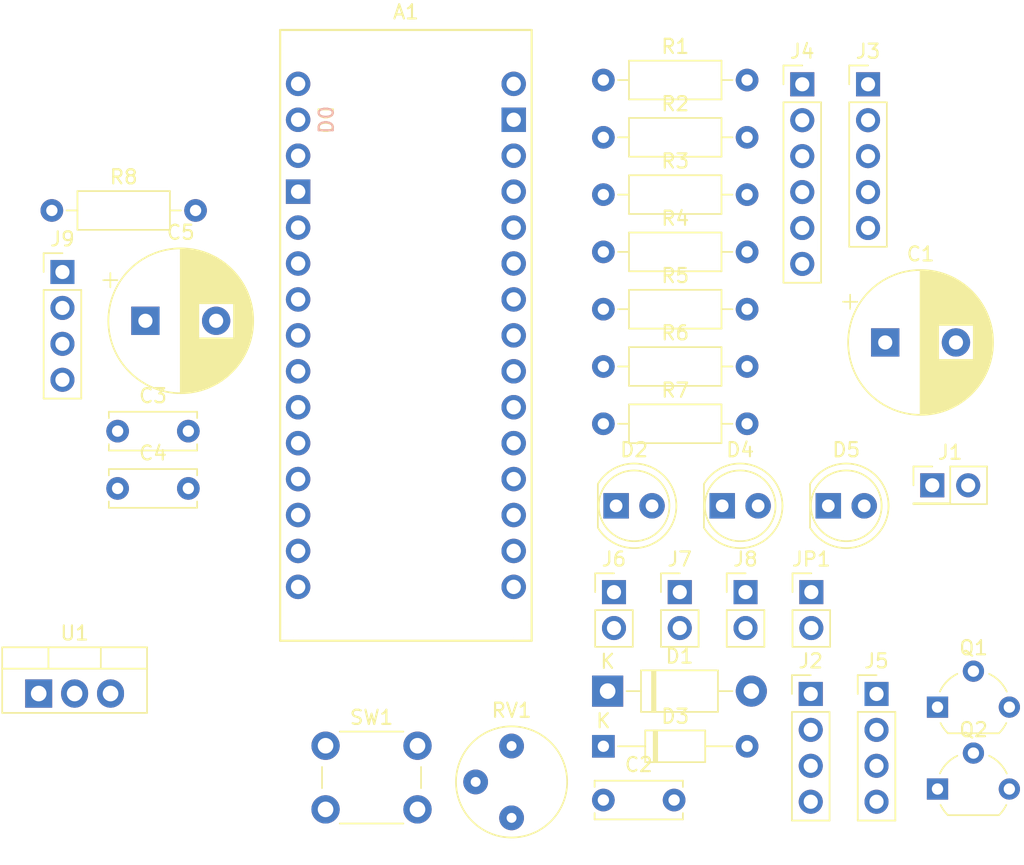
<source format=kicad_pcb>
(kicad_pcb (version 20221018) (generator pcbnew)
  (layers (0 "F.Cu" signal) (31 "B.Cu" signal) (34 "B.Paste" user) (35 "F.Paste" user) (36 "B.SilkS" user "B.Silkscreen") (37 "F.SilkS" user "F.Silkscreen") (38 "B.Mask" user) (39 "F.Mask" user) (44 "Edge.Cuts" user))
  (net 0 "")
  (net 13 "GNDREF")
  (net 14 "Net-(D2-A)")
  (net 15 "Net-(D3-K)")
  (net 16 "Net-(D3-A)")
  (net 17 "Net-(D4-K)")
  (net 18 "Net-(D4-A)")
  (net 19 "Net-(D5-K)")
  (net 20 "Net-(J1-Pin_2)")
  (net 21 "BH-SCK")
  (net 22 "BH-SDA")
  (net 23 "BH-CS")
  (net 24 "uSD-MISO")
  (net 25 "uSD-MOSI")
  (net 26 "uSD-SCK")
  (net 27 "uSD-CS")
  (net 28 "MQ-A0")
  (net 29 "MQ-D0")
  (net 30 "Hacer_Lectura")
  (net 31 "Net-(JP1-B)")
  (net 32 "Net-(Q1-C)")
  (net 33 "Net-(Q2-B)")
  (net 34 "Net-(Q2-C)")
  (net 35 "Net-(R7-Pad2)")
  (net 36 "+3.3V")
  (net 37 "+5V")
  (net 38 "DHT22")
  (net 39 "Net-(A1-RESET-PadRST1)")
  (net 40 "+BATT")
  (footprint "Connector_PinHeader_2.54mm:PinHeader_1x02_P2.54mm_Vertical" (layer "F.Cu") (at 127.74 104.83)
    (fp_text reference "J7" (at 0 -2.33) (layer "F.SilkS"))
    (fp_text value "Boton_lectura")
    (pad "1" thru_hole rect (at 0 0) (size 1.7 1.7) (drill 1) (layers "*.Cu" "*.Mask") (net 13 "GNDREF"))
    (pad "2" thru_hole oval (at 0 2.54) (size 1.7 1.7) (drill 1) (layers "*.Cu" "*.Mask") (net 30 "Hacer_Lectura"))
  )
  (footprint "LED_THT:LED_D5.0mm" (layer "F.Cu") (at 130.74 98.73)
    (fp_text reference "D4" (at 1.27 -3.96) (layer "F.SilkS"))
    (fp_text value "LED")
    (pad "1" thru_hole rect (at 0 0) (size 1.8 1.8) (drill 0.9) (layers "*.Cu" "*.Mask") (net 17 "Net-(D4-K)"))
    (pad "2" thru_hole circle (at 2.54 0) (size 1.8 1.8) (drill 0.9) (layers "*.Cu" "*.Mask") (net 18 "Net-(D4-A)"))
  )
  (footprint "Diode_THT:D_DO-41_SOD81_P10.16mm_Horizontal" (layer "F.Cu") (at 122.64 111.83)
    (fp_text reference "D1" (at 5.08 -2.47) (layer "F.SilkS"))
    (fp_text value "1N4007")
    (fp_text user "K" (at 0 -2.1) (layer "F.SilkS"))
    (pad "1" thru_hole rect (at 0 0) (size 2.2 2.2) (drill 1.1) (layers "*.Cu" "*.Mask") (net 37 "+5V"))
    (pad "2" thru_hole oval (at 10.16 0) (size 2.2 2.2) (drill 1.1) (layers "*.Cu" "*.Mask") (net 40 "+BATT"))
  )
  (footprint "Resistor_THT:R_Axial_DIN0207_L6.3mm_D2.5mm_P10.16mm_Horizontal" (layer "F.Cu") (at 122.34 68.63)
    (fp_text reference "R1" (at 5.08 -2.37) (layer "F.SilkS"))
    (fp_text value "470")
    (pad "1" thru_hole circle (at 0 0) (size 1.6 1.6) (drill 0.8) (layers "*.Cu" "*.Mask") (net 31 "Net-(JP1-B)"))
    (pad "2" thru_hole oval (at 10.16 0) (size 1.6 1.6) (drill 0.8) (layers "*.Cu" "*.Mask") (net 14 "Net-(D2-A)"))
  )
  (footprint "Connector_PinHeader_2.54mm:PinHeader_2x01_P2.54mm_Vertical" (layer "F.Cu") (at 145.59 97.28)
    (fp_text reference "J1" (at 1.27 -2.33) (layer "F.SilkS"))
    (fp_text value "Power")
    (pad "1" thru_hole rect (at 0 0) (size 1.7 1.7) (drill 1) (layers "*.Cu" "*.Mask") (net 13 "GNDREF"))
    (pad "2" thru_hole oval (at 2.54 0) (size 1.7 1.7) (drill 1) (layers "*.Cu" "*.Mask") (net 20 "Net-(J1-Pin_2)"))
  )
  (footprint "Resistor_THT:R_Axial_DIN0207_L6.3mm_D2.5mm_P10.16mm_Horizontal" (layer "F.Cu") (at 122.34 92.93)
    (fp_text reference "R7" (at 5.08 -2.37) (layer "F.SilkS"))
    (fp_text value "33k")
    (pad "1" thru_hole circle (at 0 0) (size 1.6 1.6) (drill 0.8) (layers "*.Cu" "*.Mask") (net 15 "Net-(D3-K)"))
    (pad "2" thru_hole oval (at 10.16 0) (size 1.6 1.6) (drill 0.8) (layers "*.Cu" "*.Mask") (net 35 "Net-(R7-Pad2)"))
  )
  (footprint "Capacitor_THT:C_Disc_D6.0mm_W2.5mm_P5.00mm" (layer "F.Cu") (at 88 97.5)
    (fp_text reference "C4" (at 2.5 -2.5) (layer "F.SilkS"))
    (fp_text value "103")
    (pad "1" thru_hole circle (at 0 0) (size 1.6 1.6) (drill 0.8) (layers "*.Cu" "*.Mask") (net 40 "+BATT"))
    (pad "2" thru_hole circle (at 5 0) (size 1.6 1.6) (drill 0.8) (layers "*.Cu" "*.Mask") (net 13 "GNDREF"))
  )
  (footprint "Package_TO_SOT_THT:TO-92_Wide" (layer "F.Cu") (at 145.96 112.96)
    (fp_text reference "Q1" (at 2.55 -4.19) (layer "F.SilkS"))
    (fp_text value "2N3904")
    (pad "1" thru_hole rect (at 0 0) (size 1.5 1.5) (drill 0.8) (layers "*.Cu" "*.Mask") (net 13 "GNDREF"))
    (pad "2" thru_hole circle (at 2.54 -2.54) (size 1.5 1.5) (drill 0.8) (layers "*.Cu" "*.Mask") (net 16 "Net-(D3-A)"))
    (pad "3" thru_hole circle (at 5.08 0) (size 1.5 1.5) (drill 0.8) (layers "*.Cu" "*.Mask") (net 32 "Net-(Q1-C)"))
  )
  (footprint "Button_Switch_THT:SW_PUSH_6mm_H5mm" (layer "F.Cu") (at 102.7 115.69)
    (fp_text reference "SW1" (at 3.25 -2) (layer "F.SilkS"))
    (fp_text value "RESET")
    (pad "1" thru_hole circle (at 0 0 90) (size 2 2) (drill 1.1) (layers "*.Cu" "*.Mask") (net 13 "GNDREF"))
    (pad "1" thru_hole circle (at 6.5 0 90) (size 2 2) (drill 1.1) (layers "*.Cu" "*.Mask") (net 13 "GNDREF"))
    (pad "2" thru_hole circle (at 0 4.5 90) (size 2 2) (drill 1.1) (layers "*.Cu" "*.Mask") (net 39 "Net-(A1-RESET-PadRST1)"))
    (pad "2" thru_hole circle (at 6.5 4.5 90) (size 2 2) (drill 1.1) (layers "*.Cu" "*.Mask") (net 39 "Net-(A1-RESET-PadRST1)"))
  )
  (footprint "Resistor_THT:R_Axial_DIN0207_L6.3mm_D2.5mm_P10.16mm_Horizontal" (layer "F.Cu") (at 122.34 72.68)
    (fp_text reference "R2" (at 5.08 -2.37) (layer "F.SilkS"))
    (fp_text value "10k")
    (pad "1" thru_hole circle (at 0 0) (size 1.6 1.6) (drill 0.8) (layers "*.Cu" "*.Mask") (net 30 "Hacer_Lectura"))
    (pad "2" thru_hole oval (at 10.16 0) (size 1.6 1.6) (drill 0.8) (layers "*.Cu" "*.Mask") (net 37 "+5V"))
  )
  (footprint "Connector_PinHeader_2.54mm:PinHeader_1x05_P2.54mm_Vertical" (layer "F.Cu") (at 141.05 68.93)
    (fp_text reference "J3" (at 0 -2.33) (layer "F.SilkS"))
    (fp_text value "BH1750")
    (pad "1" thru_hole rect (at 0 0) (size 1.7 1.7) (drill 1) (layers "*.Cu" "*.Mask") (net 37 "+5V"))
    (pad "2" thru_hole oval (at 0 2.54) (size 1.7 1.7) (drill 1) (layers "*.Cu" "*.Mask") (net 13 "GNDREF"))
    (pad "3" thru_hole oval (at 0 5.08) (size 1.7 1.7) (drill 1) (layers "*.Cu" "*.Mask") (net 21 "BH-SCK"))
    (pad "4" thru_hole oval (at 0 7.62) (size 1.7 1.7) (drill 1) (layers "*.Cu" "*.Mask") (net 22 "BH-SDA"))
    (pad "5" thru_hole oval (at 0 10.16) (size 1.7 1.7) (drill 1) (layers "*.Cu" "*.Mask") (net 23 "BH-CS"))
  )
  (footprint "Resistor_THT:R_Axial_DIN0207_L6.3mm_D2.5mm_P10.16mm_Horizontal" (layer "F.Cu") (at 122.34 80.78)
    (fp_text reference "R4" (at 5.08 -2.37) (layer "F.SilkS"))
    (fp_text value "470")
    (pad "1" thru_hole circle (at 0 0) (size 1.6 1.6) (drill 0.8) (layers "*.Cu" "*.Mask") (net 17 "Net-(D4-K)"))
    (pad "2" thru_hole oval (at 10.16 0) (size 1.6 1.6) (drill 0.8) (layers "*.Cu" "*.Mask") (net 34 "Net-(Q2-C)"))
  )
  (footprint "Potentiometer_THT:Potentiometer_Bourns_3339P_Vertical_HandSoldering" (layer "F.Cu") (at 115.85 120.79)
    (fp_text reference "RV1" (at 0 -7.6) (layer "F.SilkS"))
    (fp_text value "10k")
    (pad "1" thru_hole circle (at 0 0) (size 1.75 1.75) (drill 0.7) (layers "*.Cu" "*.Mask") (net 18 "Net-(D4-A)"))
    (pad "2" thru_hole circle (at -2.54 -2.54) (size 1.75 1.75) (drill 0.7) (layers "*.Cu" "*.Mask") (net 35 "Net-(R7-Pad2)"))
    (pad "3" thru_hole circle (at 0 -5.08) (size 1.75 1.75) (drill 0.7) (layers "*.Cu" "*.Mask") (net 13 "GNDREF"))
  )
  (footprint "Placas_Arduino:Arduino_Nano_Socket" (layer "F.Cu") (at 108.38 108.27)
    (fp_text reference "A1" (at 0 -44.45) (layer "F.SilkS"))
    (fp_text value "Arduino_Nano_Socket")
    (fp_text user "D0" (at -5.715 -36.83 -90 unlocked) (layer "B.SilkS") (effects (justify mirror)))
    (fp_text user "D0" (at -5.715 -36.83 -90 unlocked) (layer "F.SilkS"))
    (pad "" np_thru_hole circle (at -7.62 -41.91) (size 1.8 1.8) (drill 1.8) (layers "F&B.Cu" "*.Mask"))
    (pad "" np_thru_hole circle (at -7.62 -1.27) (size 1.8 1.8) (drill 1.8) (layers "F&B.Cu" "*.Mask"))
    (pad "" np_thru_hole circle (at 7.62 -41.91) (size 1.8 1.8) (drill 1.8) (layers "F&B.Cu" "*.Mask"))
    (pad "" np_thru_hole circle (at 7.62 -1.27) (size 1.8 1.8) (drill 1.8) (layers "F&B.Cu" "*.Mask"))
    (pad "3V3" thru_hole circle (at 7.62 -6.35) (size 1.7272 1.7272) (drill 1.016) (layers "*.Cu" "*.Mask") (net 36 "+3.3V"))
    (pad "5V" thru_hole circle (at 7.62 -31.75) (size 1.7272 1.7272) (drill 1.016) (layers "*.Cu" "*.Mask") (net 37 "+5V"))
    (pad "A0" thru_hole circle (at 7.62 -11.43) (size 1.7272 1.7272) (drill 1.016) (layers "*.Cu" "*.Mask"))
    (pad "A1" thru_hole circle (at 7.62 -13.97) (size 1.7272 1.7272) (drill 1.016) (layers "*.Cu" "*.Mask"))
    (pad "A2" thru_hole circle (at 7.62 -16.51) (size 1.7272 1.7272) (drill 1.016) (layers "*.Cu" "*.Mask"))
    (pad "A3" thru_hole circle (at 7.62 -19.05) (size 1.7272 1.7272) (drill 1.016) (layers "*.Cu" "*.Mask") (net 28 "MQ-A0"))
    (pad "A4" thru_hole circle (at 7.62 -21.59) (size 1.7272 1.7272) (drill 1.016) (layers "*.Cu" "*.Mask") (net 22 "BH-SDA"))
    (pad "A5" thru_hole circle (at 7.62 -24.13) (size 1.7272 1.7272) (drill 1.016) (layers "*.Cu" "*.Mask") (net 21 "BH-SCK"))
    (pad "A6" thru_hole circle (at 7.62 -26.67) (size 1.7272 1.7272) (drill 1.016) (layers "*.Cu" "*.Mask"))
    (pad "A7" thru_hole circle (at 7.62 -29.21) (size 1.7272 1.7272) (drill 1.016) (layers "*.Cu" "*.Mask"))
    (pad "AREF" thru_hole circle (at 7.62 -8.89) (size 1.7272 1.7272) (drill 1.016) (layers "*.Cu" "*.Mask"))
    (pad "D0" thru_hole circle (at -7.62 -36.83) (size 1.7272 1.7272) (drill 1.016) (layers "*.Cu" "*.Mask"))
    (pad "D1" thru_hole circle (at -7.62 -39.37) (size 1.7272 1.7272) (drill 1.016) (layers "*.Cu" "*.Mask"))
    (pad "D2" thru_hole circle (at -7.62 -29.21) (size 1.7272 1.7272) (drill 1.016) (layers "*.Cu" "*.Mask"))
    (pad "D3" thru_hole circle (at -7.62 -26.67) (size 1.7272 1.7272) (drill 1.016) (layers "*.Cu" "*.Mask"))
    (pad "D4" thru_hole circle (at -7.62 -24.13) (size 1.7272 1.7272) (drill 1.016) (layers "*.Cu" "*.Mask"))
    (pad "D5" thru_hole circle (at -7.62 -21.59) (size 1.7272 1.7272) (drill 1.016) (layers "*.Cu" "*.Mask"))
    (pad "D6" thru_hole circle (at -7.62 -19.05) (size 1.7272 1.7272) (drill 1.016) (layers "*.Cu" "*.Mask") (net 30 "Hacer_Lectura"))
    (pad "D7" thru_hole circle (at -7.62 -16.51) (size 1.7272 1.7272) (drill 1.016) (layers "*.Cu" "*.Mask") (net 23 "BH-CS"))
    (pad "D8" thru_hole circle (at -7.62 -13.97) (size 1.7272 1.7272) (drill 1.016) (layers "*.Cu" "*.Mask") (net 29 "MQ-D0"))
    (pad "D9" thru_hole circle (at -7.62 -11.43) (size 1.7272 1.7272) (drill 1.016) (layers "*.Cu" "*.Mask") (net 38 "DHT22"))
    (pad "D10" thru_hole circle (at -7.62 -8.89) (size 1.7272 1.7272) (drill 1.016) (layers "*.Cu" "*.Mask") (net 27 "uSD-CS"))
    (pad "D11" thru_hole circle (at -7.62 -6.35) (size 1.7272 1.7272) (drill 1.016) (layers "*.Cu" "*.Mask") (net 25 "uSD-MOSI"))
    (pad "D12" thru_hole circle (at -7.62 -3.81) (size 1.7272 1.7272) (drill 1.016) (layers "*.Cu" "*.Mask") (net 24 "uSD-MISO"))
    (pad "D13" thru_hole circle (at 7.62 -3.81) (size 1.7272 1.7272) (drill 1.016) (layers "*.Cu" "*.Mask") (net 26 "uSD-SCK"))
    (pad "GND1" thru_hole rect (at -7.62 -31.75) (size 1.7272 1.7272) (drill 1.016) (layers "*.Cu" "*.Mask") (net 13 "GNDREF"))
    (pad "GND2" thru_hole rect (at 7.62 -36.83) (size 1.7272 1.7272) (drill 1.016) (layers "*.Cu" "*.Mask") (net 13 "GNDREF"))
    (pad "RST1" thru_hole circle (at -7.62 -34.29) (size 1.7272 1.7272) (drill 1.016) (layers "*.Cu" "*.Mask") (net 39 "Net-(A1-RESET-PadRST1)"))
    (pad "RST2" thru_hole circle (at 7.62 -34.29) (size 1.7272 1.7272) (drill 1.016) (layers "*.Cu" "*.Mask") (net 39 "Net-(A1-RESET-PadRST1)"))
    (pad "VIN" thru_hole circle (at 7.62 -39.37) (size 1.7272 1.7272) (drill 1.016) (layers "*.Cu" "*.Mask") (net 40 "+BATT"))
  )
  (footprint "LED_THT:LED_D5.0mm" (layer "F.Cu") (at 138.24 98.73)
    (fp_text reference "D5" (at 1.27 -3.96) (layer "F.SilkS"))
    (fp_text value "LED")
    (pad "1" thru_hole rect (at 0 0) (size 1.8 1.8) (drill 0.9) (layers "*.Cu" "*.Mask") (net 19 "Net-(D5-K)"))
    (pad "2" thru_hole circle (at 2.54 0) (size 1.8 1.8) (drill 0.9) (layers "*.Cu" "*.Mask") (net 18 "Net-(D4-A)"))
  )
  (footprint "Connector_PinHeader_2.54mm:PinHeader_1x06_P2.54mm_Vertical" (layer "F.Cu") (at 136.4 68.93)
    (fp_text reference "J4" (at 0 -2.33) (layer "F.SilkS"))
    (fp_text value "Lector uSD")
    (pad "1" thru_hole rect (at 0 0) (size 1.7 1.7) (drill 1) (layers "*.Cu" "*.Mask") (net 13 "GNDREF"))
    (pad "2" thru_hole oval (at 0 2.54) (size 1.7 1.7) (drill 1) (layers "*.Cu" "*.Mask") (net 37 "+5V"))
    (pad "3" thru_hole oval (at 0 5.08) (size 1.7 1.7) (drill 1) (layers "*.Cu" "*.Mask") (net 24 "uSD-MISO"))
    (pad "4" thru_hole oval (at 0 7.62) (size 1.7 1.7) (drill 1) (layers "*.Cu" "*.Mask") (net 25 "uSD-MOSI"))
    (pad "5" thru_hole oval (at 0 10.16) (size 1.7 1.7) (drill 1) (layers "*.Cu" "*.Mask") (net 26 "uSD-SCK"))
    (pad "6" thru_hole oval (at 0 12.7) (size 1.7 1.7) (drill 1) (layers "*.Cu" "*.Mask") (net 27 "uSD-CS"))
  )
  (footprint "Resistor_THT:R_Axial_DIN0207_L6.3mm_D2.5mm_P10.16mm_Horizontal" (layer "F.Cu") (at 122.34 84.83)
    (fp_text reference "R5" (at 5.08 -2.37) (layer "F.SilkS"))
    (fp_text value "470")
    (pad "1" thru_hole circle (at 0 0) (size 1.6 1.6) (drill 0.8) (layers "*.Cu" "*.Mask") (net 32 "Net-(Q1-C)"))
    (pad "2" thru_hole oval (at 10.16 0) (size 1.6 1.6) (drill 0.8) (layers "*.Cu" "*.Mask") (net 19 "Net-(D5-K)"))
  )
  (footprint "Resistor_THT:R_Axial_DIN0207_L6.3mm_D2.5mm_P10.16mm_Horizontal" (layer "F.Cu") (at 83.35 77.85)
    (fp_text reference "R8" (at 5.08 -2.37) (layer "F.SilkS"))
    (fp_text value "10k")
    (pad "1" thru_hole circle (at 0 0) (size 1.6 1.6) (drill 0.8) (layers "*.Cu" "*.Mask") (net 37 "+5V"))
    (pad "2" thru_hole oval (at 10.16 0) (size 1.6 1.6) (drill 0.8) (layers "*.Cu" "*.Mask") (net 38 "DHT22"))
  )
  (footprint "LED_THT:LED_D5.0mm" (layer "F.Cu") (at 123.24 98.73)
    (fp_text reference "D2" (at 1.27 -3.96) (layer "F.SilkS"))
    (fp_text value "LED")
    (pad "1" thru_hole rect (at 0 0) (size 1.8 1.8) (drill 0.9) (layers "*.Cu" "*.Mask") (net 13 "GNDREF"))
    (pad "2" thru_hole circle (at 2.54 0) (size 1.8 1.8) (drill 0.9) (layers "*.Cu" "*.Mask") (net 14 "Net-(D2-A)"))
  )
  (footprint "Diode_THT:D_DO-35_SOD27_P10.16mm_Horizontal" (layer "F.Cu") (at 122.34 115.73)
    (fp_text reference "D3" (at 5.08 -2.12) (layer "F.SilkS"))
    (fp_text value "5.1v")
    (fp_text user "K" (at 0 -1.8) (layer "F.SilkS"))
    (pad "1" thru_hole rect (at 0 0) (size 1.6 1.6) (drill 0.8) (layers "*.Cu" "*.Mask") (net 15 "Net-(D3-K)"))
    (pad "2" thru_hole oval (at 10.16 0) (size 1.6 1.6) (drill 0.8) (layers "*.Cu" "*.Mask") (net 16 "Net-(D3-A)"))
  )
  (footprint "Connector_PinHeader_2.54mm:PinHeader_1x02_P2.54mm_Vertical" (layer "F.Cu") (at 132.39 104.83)
    (fp_text reference "J8" (at 0 -2.33) (layer "F.SilkS"))
    (fp_text value "Boton_probador")
    (pad "1" thru_hole rect (at 0 0) (size 1.7 1.7) (drill 1) (layers "*.Cu" "*.Mask") (net 37 "+5V"))
    (pad "2" thru_hole oval (at 0 2.54) (size 1.7 1.7) (drill 1) (layers "*.Cu" "*.Mask") (net 18 "Net-(D4-A)"))
  )
  (footprint "Resistor_THT:R_Axial_DIN0207_L6.3mm_D2.5mm_P10.16mm_Horizontal" (layer "F.Cu") (at 122.34 76.73)
    (fp_text reference "R3" (at 5.08 -2.37) (layer "F.SilkS"))
    (fp_text value "10k")
    (pad "1" thru_hole circle (at 0 0) (size 1.6 1.6) (drill 0.8) (layers "*.Cu" "*.Mask") (net 37 "+5V"))
    (pad "2" thru_hole oval (at 10.16 0) (size 1.6 1.6) (drill 0.8) (layers "*.Cu" "*.Mask") (net 39 "Net-(A1-RESET-PadRST1)"))
  )
  (footprint "Package_TO_SOT_THT:TO-220-3_Vertical" (layer "F.Cu") (at 82.42 112)
    (fp_text reference "U1" (at 2.54 -4.27) (layer "F.SilkS"))
    (fp_text value "L7805")
    (pad "1" thru_hole rect (at 0 0) (size 1.905 2) (drill 1.1) (layers "*.Cu" "*.Mask") (net 40 "+BATT"))
    (pad "2" thru_hole oval (at 2.54 0) (size 1.905 2) (drill 1.1) (layers "*.Cu" "*.Mask") (net 13 "GNDREF"))
    (pad "3" thru_hole oval (at 5.08 0) (size 1.905 2) (drill 1.1) (layers "*.Cu" "*.Mask") (net 37 "+5V"))
  )
  (footprint "Connector_PinHeader_2.54mm:PinHeader_1x04_P2.54mm_Vertical" (layer "F.Cu") (at 141.65 112.03)
    (fp_text reference "J5" (at 0 -2.33) (layer "F.SilkS"))
    (fp_text value "MQ135")
    (pad "1" thru_hole rect (at 0 0) (size 1.7 1.7) (drill 1) (layers "*.Cu" "*.Mask") (net 28 "MQ-A0"))
    (pad "2" thru_hole oval (at 0 2.54) (size 1.7 1.7) (drill 1) (layers "*.Cu" "*.Mask") (net 29 "MQ-D0"))
    (pad "3" thru_hole oval (at 0 5.08) (size 1.7 1.7) (drill 1) (layers "*.Cu" "*.Mask") (net 13 "GNDREF"))
    (pad "4" thru_hole oval (at 0 7.62) (size 1.7 1.7) (drill 1) (layers "*.Cu" "*.Mask") (net 37 "+5V"))
  )
  (footprint "Capacitor_THT:CP_Radial_D10.0mm_P5.00mm" (layer "F.Cu") (at 89.964646 85.65)
    (fp_text reference "C5" (at 2.5 -6.25) (layer "F.SilkS"))
    (fp_text value "470uF")
    (pad "1" thru_hole rect (at 0 0) (size 2 2) (drill 1) (layers "*.Cu" "*.Mask") (net 40 "+BATT"))
    (pad "2" thru_hole circle (at 5 0) (size 2 2) (drill 1) (layers "*.Cu" "*.Mask") (net 13 "GNDREF"))
  )
  (footprint "Capacitor_THT:CP_Radial_D10.0mm_P5.00mm" (layer "F.Cu") (at 142.264646 87.18)
    (fp_text reference "C1" (at 2.5 -6.25) (layer "F.SilkS"))
    (fp_text value "470uF")
    (pad "1" thru_hole rect (at 0 0) (size 2 2) (drill 1) (layers "*.Cu" "*.Mask") (net 37 "+5V"))
    (pad "2" thru_hole circle (at 5 0) (size 2 2) (drill 1) (layers "*.Cu" "*.Mask") (net 13 "GNDREF"))
  )
  (footprint "Capacitor_THT:C_Disc_D6.0mm_W2.5mm_P5.00mm" (layer "F.Cu") (at 88 93.45)
    (fp_text reference "C3" (at 2.5 -2.5) (layer "F.SilkS"))
    (fp_text value "103")
    (pad "1" thru_hole circle (at 0 0) (size 1.6 1.6) (drill 0.8) (layers "*.Cu" "*.Mask") (net 13 "GNDREF"))
    (pad "2" thru_hole circle (at 5 0) (size 1.6 1.6) (drill 0.8) (layers "*.Cu" "*.Mask") (net 37 "+5V"))
  )
  (footprint "Connector_PinHeader_2.54mm:PinHeader_1x02_P2.54mm_Vertical" (layer "F.Cu") (at 137.04 104.83)
    (fp_text reference "JP1" (at 0 -2.33) (layer "F.SilkS"))
    (fp_text value "Jumper-LED")
    (pad "1" thru_hole rect (at 0 0) (size 1.7 1.7) (drill 1) (layers "*.Cu" "*.Mask") (net 37 "+5V"))
    (pad "2" thru_hole oval (at 0 2.54) (size 1.7 1.7) (drill 1) (layers "*.Cu" "*.Mask") (net 31 "Net-(JP1-B)"))
  )
  (footprint "Connector_PinHeader_2.54mm:PinHeader_1x02_P2.54mm_Vertical" (layer "F.Cu") (at 123.09 104.83)
    (fp_text reference "J6" (at 0 -2.33) (layer "F.SilkS"))
    (fp_text value "on/off")
    (pad "1" thru_hole rect (at 0 0) (size 1.7 1.7) (drill 1) (layers "*.Cu" "*.Mask") (net 20 "Net-(J1-Pin_2)"))
    (pad "2" thru_hole oval (at 0 2.54) (size 1.7 1.7) (drill 1) (layers "*.Cu" "*.Mask") (net 40 "+BATT"))
  )
  (footprint "Package_TO_SOT_THT:TO-92_Wide" (layer "F.Cu") (at 145.96 118.75)
    (fp_text reference "Q2" (at 2.55 -4.19) (layer "F.SilkS"))
    (fp_text value "2N3904")
    (pad "1" thru_hole rect (at 0 0) (size 1.5 1.5) (drill 0.8) (layers "*.Cu" "*.Mask") (net 13 "GNDREF"))
    (pad "2" thru_hole circle (at 2.54 -2.54) (size 1.5 1.5) (drill 0.8) (layers "*.Cu" "*.Mask") (net 33 "Net-(Q2-B)"))
    (pad "3" thru_hole circle (at 5.08 0) (size 1.5 1.5) (drill 0.8) (layers "*.Cu" "*.Mask") (net 34 "Net-(Q2-C)"))
  )
  (footprint "Connector_PinHeader_2.54mm:PinHeader_1x04_P2.54mm_Vertical" (layer "F.Cu") (at 137 112.03)
    (fp_text reference "J2" (at 0 -2.33) (layer "F.SilkS"))
    (fp_text value "BMP180")
    (pad "1" thru_hole rect (at 0 0) (size 1.7 1.7) (drill 1) (layers "*.Cu" "*.Mask") (net 37 "+5V"))
    (pad "2" thru_hole oval (at 0 2.54) (size 1.7 1.7) (drill 1) (layers "*.Cu" "*.Mask") (net 13 "GNDREF"))
    (pad "3" thru_hole oval (at 0 5.08) (size 1.7 1.7) (drill 1) (layers "*.Cu" "*.Mask") (net 22 "BH-SDA"))
    (pad "4" thru_hole oval (at 0 7.62) (size 1.7 1.7) (drill 1) (layers "*.Cu" "*.Mask") (net 21 "BH-SCK"))
  )
  (footprint "Resistor_THT:R_Axial_DIN0207_L6.3mm_D2.5mm_P10.16mm_Horizontal" (layer "F.Cu") (at 122.34 88.88)
    (fp_text reference "R6" (at 5.08 -2.37) (layer "F.SilkS"))
    (fp_text value "10k")
    (pad "1" thru_hole circle (at 0 0) (size 1.6 1.6) (drill 0.8) (layers "*.Cu" "*.Mask") (net 33 "Net-(Q2-B)"))
    (pad "2" thru_hole oval (at 10.16 0) (size 1.6 1.6) (drill 0.8) (layers "*.Cu" "*.Mask") (net 32 "Net-(Q1-C)"))
  )
  (footprint "Connector_PinHeader_2.54mm:PinHeader_1x04_P2.54mm_Vertical" (layer "F.Cu") (at 84.1 82.2)
    (fp_text reference "J9" (at 0 -2.33) (layer "F.SilkS"))
    (fp_text value "DHT22")
    (pad "1" thru_hole rect (at 0 0) (size 1.7 1.7) (drill 1) (layers "*.Cu" "*.Mask") (net 37 "+5V"))
    (pad "2" thru_hole oval (at 0 2.54) (size 1.7 1.7) (drill 1) (layers "*.Cu" "*.Mask") (net 38 "DHT22"))
    (pad "3" thru_hole oval (at 0 5.08) (size 1.7 1.7) (drill 1) (layers "*.Cu" "*.Mask"))
    (pad "4" thru_hole oval (at 0 7.62) (size 1.7 1.7) (drill 1) (layers "*.Cu" "*.Mask") (net 13 "GNDREF"))
  )
  (footprint "Capacitor_THT:C_Disc_D6.0mm_W2.5mm_P5.00mm" (layer "F.Cu") (at 122.34 119.53)
    (fp_text reference "C2" (at 2.5 -2.5) (layer "F.SilkS"))
    (fp_text value "103")
    (pad "1" thru_hole circle (at 0 0) (size 1.6 1.6) (drill 0.8) (layers "*.Cu" "*.Mask") (net 37 "+5V"))
    (pad "2" thru_hole circle (at 5 0) (size 1.6 1.6) (drill 0.8) (layers "*.Cu" "*.Mask") (net 13 "GNDREF"))
  )
)
</source>
